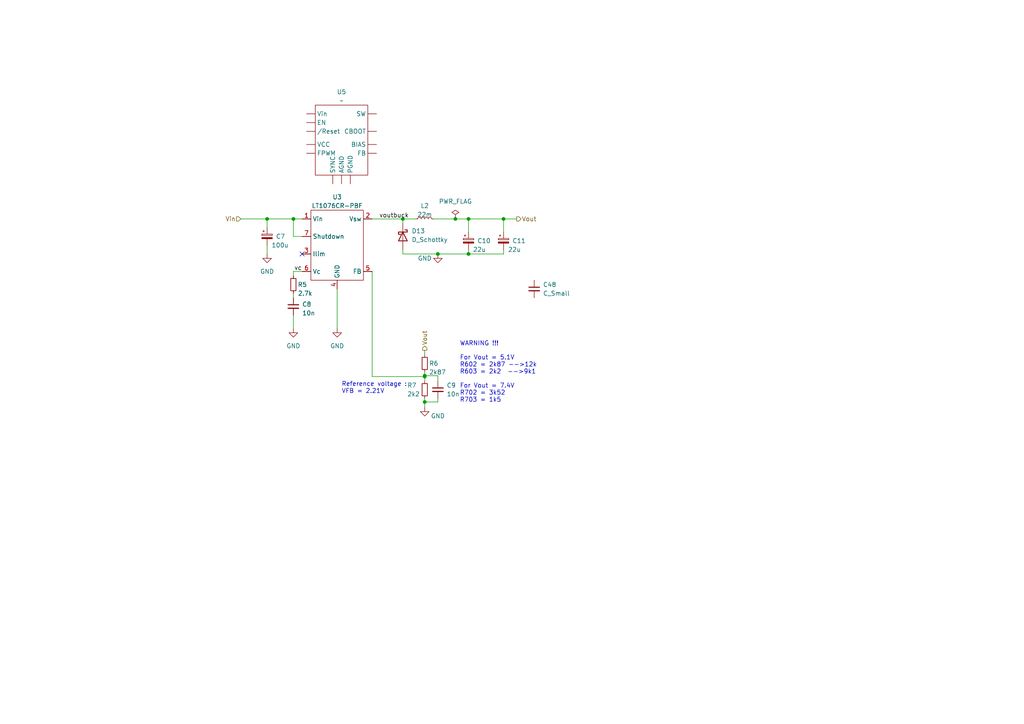
<source format=kicad_sch>
(kicad_sch (version 20231120) (generator "eeschema") (generator_version "8.0")
  (paper "A4")
  (lib_symbols
    (symbol "Custom:LM53603AMPWPT"
      (property "Reference" "U" (at 0 7.62 0))
      (symbol "LM53603AMPWPT_0_1"
        (rectangle (start -7.62 6.35) (end 7.62 -13.97))
      )
      (symbol "LM53603AMPWPT_1_1"
        (pin input line (at -10.16 -1.27 0) (length 2.54) (name "/Reset") (number ""))
        (pin input line (at 0 -16.51 90) (length 2.54) (name "AGND") (number ""))
        (pin input line (at 10.16 -5.08 180) (length 2.54) (name "BIAS") (number ""))
        (pin input line (at 10.16 -1.27 180) (length 2.54) (name "CBOOT") (number ""))
        (pin input line (at -10.16 1.27 0) (length 2.54) (name "EN") (number ""))
        (pin input line (at 10.16 -7.62 180) (length 2.54) (name "FB") (number ""))
        (pin input line (at -10.16 -7.62 0) (length 2.54) (name "FPWM") (number ""))
        (pin input line (at 2.54 -16.51 90) (length 2.54) (name "PGND") (number ""))
        (pin input line (at 10.16 3.81 180) (length 2.54) (name "SW") (number ""))
        (pin input line (at -2.54 -16.51 90) (length 2.54) (name "SYNC") (number ""))
        (pin input line (at -10.16 -5.08 0) (length 2.54) (name "VCC") (number ""))
        (pin input line (at -10.16 3.81 0) (length 2.54) (name "Vin") (number ""))
      )
    )
    (symbol "Device:C_Polarized_Small" (pin_numbers hide) (pin_names (offset 0.254) hide)
      (property "Reference" "C" (at 0.254 1.778 0))
      (property "Value" "C_Polarized_Small" (at 0.254 -2.032 0))
      (symbol "C_Polarized_Small_0_1"
        (rectangle (start -1.524 -0.3048) (end 1.524 -0.6858) (fill (type outline)))
        (rectangle (start -1.524 0.6858) (end 1.524 0.3048))
        (polyline (pts (xy -1.27 1.524) (xy -0.762 1.524)))
        (polyline (pts (xy -1.016 1.27) (xy -1.016 1.778)))
      )
      (symbol "C_Polarized_Small_1_1"
        (pin passive line (at 0 2.54 270) (length 1.8542) (name "~") (number "1"))
        (pin passive line (at 0 -2.54 90) (length 1.8542) (name "~") (number "2"))
      )
    )
    (symbol "Device:C_Small" (pin_numbers hide) (pin_names (offset 0.254) hide)
      (property "Reference" "C" (at 0.254 1.778 0))
      (property "Value" "C_Small" (at 0.254 -2.032 0))
      (symbol "C_Small_0_1"
        (polyline (pts (xy -1.524 -0.508) (xy 1.524 -0.508)) (stroke (width 0.3302)))
        (polyline (pts (xy -1.524 0.508) (xy 1.524 0.508)) (stroke (width 0.3048)))
      )
      (symbol "C_Small_1_1"
        (pin passive line (at 0 2.54 270) (length 2.032) (name "~") (number "1"))
        (pin passive line (at 0 -2.54 90) (length 2.032) (name "~") (number "2"))
      )
    )
    (symbol "Device:D_Schottky" (pin_numbers hide) (pin_names (offset 1.016) hide)
      (property "Reference" "D" (at 0 2.54 0))
      (property "Value" "D_Schottky" (at 0 -2.54 0))
      (symbol "D_Schottky_0_1"
        (polyline (pts (xy 1.27 0) (xy -1.27 0)))
        (polyline (pts (xy 1.27 1.27) (xy 1.27 -1.27) (xy -1.27 0) (xy 1.27 1.27)) (stroke (width 0.254)))
        (polyline (pts (xy -1.905 0.635) (xy -1.905 1.27) (xy -1.27 1.27) (xy -1.27 -1.27) (xy -0.635 -1.27) (xy -0.635 -0.635)) (stroke (width 0.254)))
      )
      (symbol "D_Schottky_1_1"
        (pin passive line (at -3.81 0 0) (length 2.54) (name "K") (number "1"))
        (pin passive line (at 3.81 0 180) (length 2.54) (name "A") (number "2"))
      )
    )
    (symbol "Device:L_Small" (pin_numbers hide) (pin_names (offset 0.254) hide)
      (property "Reference" "L" (at 0.762 1.016 0))
      (property "Value" "L_Small" (at 0.762 -1.016 0))
      (symbol "L_Small_0_1"
        (arc (start 0 -2.032) (mid 0.5058 -1.524) (end 0 -1.016))
        (arc (start 0 -1.016) (mid 0.5058 -0.508) (end 0 0))
        (arc (start 0 0) (mid 0.5058 0.508) (end 0 1.016))
        (arc (start 0 1.016) (mid 0.5058 1.524) (end 0 2.032))
      )
      (symbol "L_Small_1_1"
        (pin passive line (at 0 2.54 270) (length 0.508) (name "~") (number "1"))
        (pin passive line (at 0 -2.54 90) (length 0.508) (name "~") (number "2"))
      )
    )
    (symbol "Device:R_Small" (pin_numbers hide) (pin_names (offset 0.254) hide)
      (property "Reference" "R" (at 0.762 0.508 0))
      (property "Value" "R_Small" (at 0.762 -1.016 0))
      (symbol "R_Small_0_1"
        (rectangle (start -0.762 1.778) (end 0.762 -1.778) (stroke (width 0.2032)))
      )
      (symbol "R_Small_1_1"
        (pin passive line (at 0 2.54 270) (length 0.762) (name "~") (number "1"))
        (pin passive line (at 0 -2.54 90) (length 0.762) (name "~") (number "2"))
      )
    )
    (symbol "LT1076_1"
      (property "Reference" "U" (at -6.35 10.16 0))
      (symbol "LT1076_1_0_1"
        (rectangle (start -7.62 8.89) (end 7.62 -11.43))
      )
      (symbol "LT1076_1_1_1"
        (pin power_in line (at -10.16 6.35 0) (length 2.54) (name "Vin") (number "1"))
        (pin output line (at 10.16 6.35 180) (length 2.54) (name "Vsw") (number "2"))
        (pin input line (at -10.16 -3.81 0) (length 2.54) (name "Ilim") (number "3"))
        (pin power_in line (at 0 -13.97 90) (length 2.54) (name "GND") (number "4"))
        (pin input line (at 10.16 -8.89 180) (length 2.54) (name "FB") (number "5"))
        (pin input line (at -10.16 -8.89 0) (length 2.54) (name "Vc") (number "6"))
        (pin input line (at -10.16 1.27 0) (length 2.54) (name "Shutdown") (number "7"))
      )
    )
    (symbol "power:GND" (power) (pin_names (offset 0))
      (property "Value" "GND" (at 0 -3.81 0))
      (symbol "GND_0_1"
        (polyline (pts (xy 0 0) (xy 0 -1.27) (xy 1.27 -1.27) (xy 0 -2.54) (xy -1.27 -1.27) (xy 0 -1.27)))
      )
      (symbol "GND_1_1"
        (pin power_in line (at 0 0 270) (length 0) hide (name "GND") (number "1"))
      )
    )
    (symbol "power:PWR_FLAG" (power) (pin_numbers hide) (pin_names (offset 0) hide)
      (property "Value" "PWR_FLAG" (at 0 3.81 0))
      (symbol "PWR_FLAG_0_0"
        (pin power_out line (at 0 0 90) (length 0) (name "pwr") (number "1"))
      )
      (symbol "PWR_FLAG_0_1"
        (polyline (pts (xy 0 0) (xy 0 1.27) (xy -1.016 1.905) (xy 0 2.54) (xy 1.016 1.905) (xy 0 1.27)))
      )
    )
  )
  (junction (at 123.19 109.22))
  (junction (at 132.08 63.5))
  (junction (at 135.89 63.5))
  (junction (at 77.47 63.5))
  (junction (at 127 73.66))
  (junction (at 146.05 63.5))
  (junction (at 135.89 73.66))
  (junction (at 123.19 116.586))
  (junction (at 116.84 63.5))
  (junction (at 123.19 108.966))
  (junction (at 85.09 63.5))
  (no_connect (at 87.63 73.66))
  (wire (pts (xy 123.19 101.6) (xy 123.19 102.87)))
  (wire (pts (xy 85.09 95.25) (xy 85.09 91.44)))
  (wire (pts (xy 116.84 63.5) (xy 120.65 63.5)))
  (wire (pts (xy 107.95 78.74) (xy 107.95 109.22)))
  (wire (pts (xy 85.09 78.74) (xy 87.63 78.74)))
  (wire (pts (xy 127 115.57) (xy 127 116.586)))
  (wire (pts (xy 146.05 63.5) (xy 135.89 63.5)))
  (wire (pts (xy 107.95 63.5) (xy 116.84 63.5)))
  (wire (pts (xy 123.19 109.22) (xy 123.19 108.966)))
  (wire (pts (xy 77.47 71.12) (xy 77.47 73.66)))
  (wire (pts (xy 149.86 63.5) (xy 146.05 63.5)))
  (wire (pts (xy 69.85 63.5) (xy 77.47 63.5)))
  (wire (pts (xy 77.47 63.5) (xy 85.09 63.5)))
  (wire (pts (xy 107.95 109.22) (xy 123.19 109.22)))
  (wire (pts (xy 97.79 83.82) (xy 97.79 95.25)))
  (wire (pts (xy 85.09 68.58) (xy 85.09 63.5)))
  (wire (pts (xy 123.19 108.966) (xy 127 108.966)))
  (wire (pts (xy 123.19 107.95) (xy 123.19 108.966)))
  (wire (pts (xy 77.47 63.5) (xy 77.47 66.04)))
  (wire (pts (xy 123.19 116.586) (xy 127 116.586)))
  (wire (pts (xy 87.63 68.58) (xy 85.09 68.58)))
  (wire (pts (xy 135.89 73.66) (xy 146.05 73.66)))
  (wire (pts (xy 85.09 85.09) (xy 85.09 86.36)))
  (wire (pts (xy 135.89 72.39) (xy 135.89 73.66)))
  (wire (pts (xy 135.89 63.5) (xy 135.89 67.31)))
  (wire (pts (xy 116.84 73.66) (xy 127 73.66)))
  (wire (pts (xy 85.09 80.01) (xy 85.09 78.74)))
  (wire (pts (xy 146.05 73.66) (xy 146.05 72.39)))
  (wire (pts (xy 123.19 118.11) (xy 123.19 116.586)))
  (wire (pts (xy 123.19 109.22) (xy 123.19 110.49)))
  (wire (pts (xy 132.08 63.5) (xy 135.89 63.5)))
  (wire (pts (xy 116.84 64.77) (xy 116.84 63.5)))
  (wire (pts (xy 146.05 63.5) (xy 146.05 67.31)))
  (wire (pts (xy 127 110.49) (xy 127 108.966)))
  (wire (pts (xy 127 73.66) (xy 135.89 73.66)))
  (wire (pts (xy 123.19 115.57) (xy 123.19 116.586)))
  (wire (pts (xy 85.09 63.5) (xy 87.63 63.5)))
  (wire (pts (xy 125.73 63.5) (xy 132.08 63.5)))
  (wire (pts (xy 116.84 72.39) (xy 116.84 73.66)))
  (text "WARNING !!!\n\nFor Vout = 5.1V\nR602 = 2k87 -->12k\nR603 = 2k2  -->9k1\n\nFor Vout = 7.4V\nR702 = 3k52\nR703 = 1k5" (at 133.35 116.84 0) (effects (font (size 1.27 1.27)) (justify left bottom)))
  (text "Reference voltage :\nVFB = 2.21V" (at 99.06 114.3 0) (effects (font (size 1.27 1.27)) (justify left bottom)))
  (label "voutbuck" (at 109.982 63.5 0))
  (label "vc" (at 85.344 78.74 0))
  (hierarchical_label "Vin" (shape input) (at 69.85 63.5 180))
  (hierarchical_label "Vout" (shape output) (at 123.19 101.6 90))
  (hierarchical_label "Vout" (shape output) (at 149.86 63.5 0))
  (symbol (lib_id "power:GND") (at 77.47 73.66 0) (unit 1)
    (property "Reference" "#PWR027" (effects (hide yes)))
    (property "Value" "GND" (at 77.47 78.74 0))
  )
  (symbol (lib_id "Device:C_Small") (at 127 113.03 0) (unit 1)
    (property "Reference" "C9" (at 129.54 111.7663 0) (effects (justify left)))
    (property "Value" "10n" (at 129.54 114.3063 0) (effects (justify left)))
    (property "Footprint" "Capacitor_SMD:C_0402_1005Metric" (effects (hide yes)))
  )
  (symbol (lib_id "Device:C_Polarized_Small") (at 77.47 68.58 0) (unit 1)
    (property "Reference" "C7" (at 80.01 68.58 0) (effects (justify left)))
    (property "Value" "100u" (at 78.74 71.12 0) (effects (justify left)))
    (property "Footprint" "Capacitor_SMD:CP_Elec_6.3x7.7" (effects (hide yes)))
    (property "Datasheet" "https://www.we-online.com/components/products/datasheet/865060445005.pdf" (effects (hide yes)))
    (property "MPN" "865060445005" (effects (hide yes)))
    (property "Vmax" "25V" (effects (hide yes)))
  )
  (symbol (lib_id "power:GND") (at 97.79 95.25 0) (unit 1)
    (property "Reference" "#PWR029" (effects (hide yes)))
    (property "Value" "GND" (at 97.79 100.33 0))
  )
  (symbol (lib_id "Device:C_Polarized_Small") (at 146.05 69.85 0) (unit 1)
    (property "Reference" "C11" (at 148.59 69.85 0) (effects (justify left)))
    (property "Value" "22u" (at 147.32 72.39 0) (effects (justify left)))
    (property "Footprint" "Capacitor_SMD:CP_Elec_4x5.4" (effects (hide yes)))
    (property "Datasheet" "https://www.we-online.com/components/products/datasheet/865060240001.pdf" (effects (hide yes)))
    (property "MPN" "865060240001" (effects (hide yes)))
    (property "Vmax" "10V" (effects (hide yes)))
  )
  (symbol (lib_id "Device:R_Small") (at 85.09 82.55 0) (unit 1)
    (property "Reference" "R5" (at 86.36 82.55 0) (effects (justify left)))
    (property "Value" "2.7k" (at 86.36 85.09 0) (effects (justify left)))
    (property "Footprint" "Resistor_SMD:R_0402_1005Metric" (effects (hide yes)))
  )
  (symbol (lib_id "Device:L_Small") (at 123.19 63.5 90) (unit 1)
    (property "Reference" "L2" (at 123.19 59.69 90))
    (property "Value" "22m" (at 123.19 62.23 90))
    (property "Footprint" "Inductor_SMD:L_Changjiang_FNR8065S" (effects (hide yes)))
    (property "MPN" "74404084220" (effects (hide yes)))
  )
  (symbol (lib_name "LT1076_1") (lib_id "custom:LT1076") (at 97.79 69.85 0) (unit 1)
    (property "Reference" "U3" (at 97.79 57.15 0))
    (property "Value" "LT1076CR-PBF" (at 97.79 59.69 0))
    (property "Footprint" "Package_TO_SOT_SMD:TO-263-7_TabPin4" (effects (hide yes)))
    (property "Datasheet" "https://www.mouser.fr/datasheet/2/609/1074fds-3123169.pdf" (effects (hide yes)))
    (property "MPN" "LT1076CR" (effects (hide yes)))
  )
  (symbol (lib_id "Device:C_Small") (at 154.94 83.82 0) (unit 1)
    (property "Reference" "C48" (at 157.48 82.5562 0) (effects (justify left)))
    (property "Value" "C_Small" (at 157.48 85.0962 0) (effects (justify left)))
    (property "Description" "Unpolarized capacitor, small symbol" (effects (hide yes)))
  )
  (symbol (lib_id "Device:D_Schottky") (at 116.84 68.58 270) (unit 1)
    (property "Reference" "D13" (at 119.38 66.9925 90) (effects (justify left)))
    (property "Value" "D_Schottky" (at 119.38 69.5325 90) (effects (justify left)))
    (property "Footprint" "custom:DST10100S" (effects (hide yes)))
    (property "Datasheet" "https://www.mouser.fr/ProductDetail/ROHM-Semiconductor/RSX301L-30DDTE25?qs=sGAEpiMZZMtbRapU8LlZD%252B6h%2FWulpAkr%2FY1xa87RQph8xMmqFKqxyQ%3D%3D" (effects (hide yes)))
    (property "MPN" "DST10100S" (effects (hide yes)))
  )
  (symbol (lib_id "Device:C_Polarized_Small") (at 135.89 69.85 0) (unit 1)
    (property "Reference" "C10" (at 138.43 69.85 0) (effects (justify left)))
    (property "Value" "22u" (at 137.16 72.39 0) (effects (justify left)))
    (property "Footprint" "Capacitor_SMD:CP_Elec_4x5.4" (effects (hide yes)))
    (property "Datasheet" "https://www.we-online.com/components/products/datasheet/865060240001.pdf" (effects (hide yes)))
    (property "MPN" "865060240001" (effects (hide yes)))
    (property "Vmax" "10V" (effects (hide yes)))
  )
  (symbol (lib_id "power:GND") (at 127 73.66 0) (unit 1)
    (property "Reference" "#PWR031" (effects (hide yes)))
    (property "Value" "GND" (at 123.19 74.93 0))
  )
  (symbol (lib_id "power:PWR_FLAG") (at 132.08 63.5 0) (unit 1)
    (property "Reference" "#FLG02" (effects (hide yes)))
    (property "Value" "PWR_FLAG" (at 132.08 58.42 0))
  )
  (symbol (lib_id "Custom:LM53603AMPWPT") (at 99.06 36.83 0) (unit 1)
    (property "Reference" "U5" (at 99.06 26.67 0))
    (property "Value" "~" (at 99.06 29.21 0))
  )
  (symbol (lib_id "power:GND") (at 123.19 118.11 0) (unit 1)
    (property "Reference" "#PWR030" (effects (hide yes)))
    (property "Value" "GND" (at 127 120.65 0))
  )
  (symbol (lib_id "power:GND") (at 85.09 95.25 0) (unit 1)
    (property "Reference" "#PWR028" (effects (hide yes)))
    (property "Value" "GND" (at 85.09 100.33 0))
  )
  (symbol (lib_id "Device:R_Small") (at 123.19 105.41 0) (unit 1)
    (property "Reference" "R6" (at 124.46 105.41 0) (effects (justify left)))
    (property "Value" "2k87" (at 124.46 107.95 0) (effects (justify left)))
    (property "Footprint" "Resistor_SMD:R_0402_1005Metric" (effects (hide yes)))
  )
  (symbol (lib_id "Device:C_Small") (at 85.09 88.9 0) (unit 1)
    (property "Reference" "C8" (at 87.63 88.2713 0) (effects (justify left)))
    (property "Value" "10n" (at 87.63 90.8113 0) (effects (justify left)))
    (property "Footprint" "Capacitor_SMD:C_0402_1005Metric" (effects (hide yes)))
  )
  (symbol (lib_id "Device:R_Small") (at 123.19 113.03 0) (unit 1)
    (property "Reference" "R7" (at 118.11 111.76 0) (effects (justify left)))
    (property "Value" "2k2" (at 118.11 114.3 0) (effects (justify left)))
    (property "Footprint" "Resistor_SMD:R_0402_1005Metric" (effects (hide yes)))
  )
)
</source>
